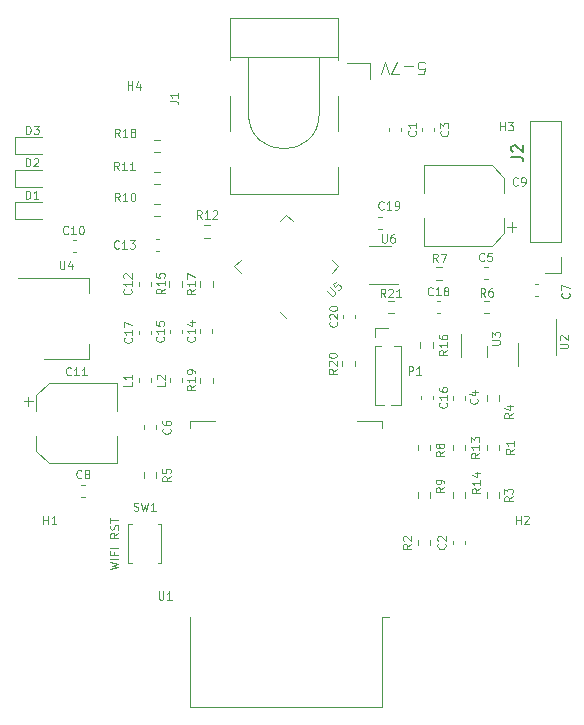
<source format=gbr>
G04 #@! TF.GenerationSoftware,KiCad,Pcbnew,5.1.9*
G04 #@! TF.CreationDate,2021-03-19T09:48:01+01:00*
G04 #@! TF.ProjectId,Y11025HL-WIFI,59313130-3235-4484-9c2d-574946492e6b,rev?*
G04 #@! TF.SameCoordinates,Original*
G04 #@! TF.FileFunction,Legend,Top*
G04 #@! TF.FilePolarity,Positive*
%FSLAX45Y45*%
G04 Gerber Fmt 4.5, Leading zero omitted, Abs format (unit mm)*
G04 Created by KiCad (PCBNEW 5.1.9) date 2021-03-19 09:48:01*
%MOMM*%
%LPD*%
G01*
G04 APERTURE LIST*
%ADD10C,0.100000*%
%ADD11C,0.120000*%
%ADD12C,0.080000*%
%ADD13C,0.150000*%
G04 APERTURE END LIST*
D10*
X11121691Y-7700162D02*
X11169310Y-7700162D01*
X11174072Y-7652543D01*
X11169310Y-7657305D01*
X11159787Y-7662067D01*
X11135977Y-7662067D01*
X11126453Y-7657305D01*
X11121691Y-7652543D01*
X11116930Y-7643019D01*
X11116930Y-7619209D01*
X11121691Y-7609686D01*
X11126453Y-7604924D01*
X11135977Y-7600162D01*
X11159787Y-7600162D01*
X11169310Y-7604924D01*
X11174072Y-7609686D01*
X11074072Y-7638257D02*
X10997882Y-7638257D01*
X10959787Y-7700162D02*
X10893120Y-7700162D01*
X10935977Y-7600162D01*
X10869310Y-7700162D02*
X10835977Y-7600162D01*
X10802644Y-7700162D01*
D11*
X9949467Y-9718747D02*
X10002500Y-9771780D01*
X10002500Y-8892140D02*
X9949467Y-8945173D01*
X10055533Y-8945173D02*
X10002500Y-8892140D01*
X10442320Y-9331960D02*
X10389287Y-9384993D01*
X10389287Y-9278927D02*
X10442320Y-9331960D01*
X9562680Y-9331960D02*
X9615713Y-9278927D01*
X9615713Y-9384993D02*
X9562680Y-9331960D01*
X8752640Y-10312878D02*
X8752640Y-10280322D01*
X8854640Y-10312878D02*
X8854640Y-10280322D01*
X9014260Y-10280322D02*
X9014260Y-10312878D01*
X9116260Y-10280322D02*
X9116260Y-10312878D01*
X10750000Y-9850320D02*
X10861000Y-9850320D01*
X10750000Y-9926320D02*
X10750000Y-9850320D01*
X10917347Y-10002320D02*
X10972000Y-10002320D01*
X10750000Y-10002320D02*
X10804653Y-10002320D01*
X10972000Y-10002320D02*
X10972000Y-10503820D01*
X10750000Y-10002320D02*
X10750000Y-10503820D01*
X10891753Y-10503820D02*
X10972000Y-10503820D01*
X10750000Y-10503820D02*
X10830247Y-10503820D01*
X10706800Y-9482800D02*
X10951800Y-9482800D01*
X10886800Y-9160800D02*
X10706800Y-9160800D01*
X10876100Y-8158362D02*
X10876100Y-8186478D01*
X10978100Y-8158362D02*
X10978100Y-8186478D01*
X11514000Y-11682858D02*
X11514000Y-11654742D01*
X11412000Y-11682858D02*
X11412000Y-11654742D01*
X11252400Y-8158362D02*
X11252400Y-8186478D01*
X11150400Y-8158362D02*
X11150400Y-8186478D01*
X11414600Y-10430442D02*
X11414600Y-10458558D01*
X11516600Y-10430442D02*
X11516600Y-10458558D01*
X11706958Y-9438840D02*
X11678842Y-9438840D01*
X11706958Y-9336840D02*
X11678842Y-9336840D01*
X8900360Y-10678442D02*
X8900360Y-10706558D01*
X8798360Y-10678442D02*
X8798360Y-10706558D01*
X12134958Y-9484160D02*
X12106842Y-9484160D01*
X12134958Y-9586160D02*
X12106842Y-9586160D01*
X8266342Y-11186000D02*
X8294458Y-11186000D01*
X8266342Y-11288000D02*
X8294458Y-11288000D01*
X11166000Y-8472800D02*
X11166000Y-8707800D01*
X11166000Y-9154800D02*
X11166000Y-8919800D01*
X11741556Y-9154800D02*
X11166000Y-9154800D01*
X11741556Y-8472800D02*
X11166000Y-8472800D01*
X11848000Y-8579244D02*
X11848000Y-8707800D01*
X11848000Y-9048356D02*
X11848000Y-8919800D01*
X11848000Y-9048356D02*
X11741556Y-9154800D01*
X11848000Y-8579244D02*
X11741556Y-8472800D01*
X11950750Y-8998550D02*
X11872000Y-8998550D01*
X11911375Y-9037925D02*
X11911375Y-8959175D01*
X8223338Y-9108240D02*
X8195222Y-9108240D01*
X8223338Y-9210240D02*
X8195222Y-9210240D01*
X7820145Y-10433675D02*
X7820145Y-10512425D01*
X7780770Y-10473050D02*
X7859520Y-10473050D01*
X7883520Y-10892356D02*
X7989964Y-10998800D01*
X7883520Y-10423244D02*
X7989964Y-10316800D01*
X7883520Y-10423244D02*
X7883520Y-10551800D01*
X7883520Y-10892356D02*
X7883520Y-10763800D01*
X7989964Y-10998800D02*
X8565520Y-10998800D01*
X7989964Y-10316800D02*
X8565520Y-10316800D01*
X8565520Y-10316800D02*
X8565520Y-10551800D01*
X8565520Y-10998800D02*
X8565520Y-10763800D01*
X7931130Y-8787100D02*
X7702630Y-8787100D01*
X7702630Y-8787100D02*
X7702630Y-8934100D01*
X7702630Y-8934100D02*
X7931130Y-8934100D01*
X7702630Y-8658700D02*
X7931130Y-8658700D01*
X7702630Y-8511700D02*
X7702630Y-8658700D01*
X7931130Y-8511700D02*
X7702630Y-8511700D01*
X10708200Y-7610560D02*
X10518200Y-7610560D01*
X10708200Y-7744560D02*
X10708200Y-7610560D01*
X10438200Y-7225560D02*
X10438200Y-7586560D01*
X9526200Y-8717560D02*
X10438200Y-8717560D01*
X10438200Y-7886560D02*
X10438200Y-8186560D01*
X10438200Y-8486560D02*
X10438200Y-8717560D01*
X9526200Y-8486560D02*
X9526200Y-8717560D01*
X9526200Y-7886560D02*
X9526200Y-8186560D01*
X9526200Y-7225560D02*
X9526200Y-7586560D01*
X9526200Y-7225560D02*
X10438200Y-7225560D01*
X9526200Y-7556560D02*
X10438200Y-7556560D01*
X10282200Y-7556560D02*
X10282200Y-8036560D01*
X9682200Y-7556560D02*
X9682200Y-8036560D01*
X10282200Y-8036560D02*
G75*
G02*
X9682200Y-8036560I-300000J0D01*
G01*
X11702850Y-10841174D02*
X11702850Y-10888626D01*
X11807350Y-10841174D02*
X11807350Y-10888626D01*
X11223150Y-11692526D02*
X11223150Y-11645074D01*
X11118650Y-11692526D02*
X11118650Y-11645074D01*
X11702850Y-11291126D02*
X11702850Y-11243674D01*
X11807350Y-11291126D02*
X11807350Y-11243674D01*
X11807350Y-10468226D02*
X11807350Y-10420774D01*
X11702850Y-10468226D02*
X11702850Y-10420774D01*
X8901610Y-11074874D02*
X8901610Y-11122326D01*
X8797110Y-11074874D02*
X8797110Y-11122326D01*
X11675474Y-9729650D02*
X11722926Y-9729650D01*
X11675474Y-9625150D02*
X11722926Y-9625150D01*
X11270374Y-9340670D02*
X11317826Y-9340670D01*
X11270374Y-9445170D02*
X11317826Y-9445170D01*
X11118650Y-10888626D02*
X11118650Y-10841174D01*
X11223150Y-10888626D02*
X11223150Y-10841174D01*
X11118650Y-11243074D02*
X11118650Y-11290526D01*
X11223150Y-11243074D02*
X11223150Y-11290526D01*
X8934046Y-8804350D02*
X8886594Y-8804350D01*
X8934046Y-8908850D02*
X8886594Y-8908850D01*
X8934046Y-8637450D02*
X8886594Y-8637450D01*
X8934046Y-8532950D02*
X8886594Y-8532950D01*
X9308234Y-8985070D02*
X9355686Y-8985070D01*
X9308234Y-9089570D02*
X9355686Y-9089570D01*
X11410750Y-10841174D02*
X11410750Y-10888626D01*
X11515250Y-10841174D02*
X11515250Y-10888626D01*
X11515250Y-11243074D02*
X11515250Y-11290526D01*
X11410750Y-11243074D02*
X11410750Y-11290526D01*
X8663640Y-11513900D02*
X8693640Y-11513900D01*
X8663640Y-11843900D02*
X8663640Y-11513900D01*
X8693640Y-11843900D02*
X8663640Y-11843900D01*
X8943640Y-11513900D02*
X8913640Y-11513900D01*
X8943640Y-11843900D02*
X8943640Y-11513900D01*
X8913640Y-11843900D02*
X8943640Y-11843900D01*
X10812000Y-12300000D02*
X10873000Y-12300000D01*
X10812000Y-12300000D02*
X10812000Y-13062000D01*
X10812000Y-10638000D02*
X10812000Y-10700000D01*
X10600000Y-10638000D02*
X10812000Y-10638000D01*
X9188000Y-10638000D02*
X9400000Y-10638000D01*
X9188000Y-10700000D02*
X9188000Y-10638000D01*
X9188000Y-13062000D02*
X9188000Y-12300000D01*
X10812000Y-13062000D02*
X9188000Y-13062000D01*
X12288000Y-10078700D02*
X12288000Y-9778700D01*
X11964000Y-10178700D02*
X11964000Y-9978700D01*
X11481600Y-9902500D02*
X11481600Y-10102500D01*
X11703600Y-10002500D02*
X11703600Y-10102500D01*
X7728160Y-9432920D02*
X8329160Y-9432920D01*
X7953160Y-10114920D02*
X8329160Y-10114920D01*
X8329160Y-9432920D02*
X8329160Y-9558920D01*
X8329160Y-10114920D02*
X8329160Y-9988920D01*
X8854640Y-9493338D02*
X8854640Y-9465222D01*
X8752640Y-9493338D02*
X8752640Y-9465222D01*
X8896262Y-9098080D02*
X8924378Y-9098080D01*
X8896262Y-9200080D02*
X8924378Y-9200080D01*
X9275880Y-9893358D02*
X9275880Y-9865242D01*
X9377880Y-9893358D02*
X9377880Y-9865242D01*
X9116260Y-9895958D02*
X9116260Y-9867842D01*
X9014260Y-9895958D02*
X9014260Y-9867842D01*
X11140200Y-10426642D02*
X11140200Y-10454758D01*
X11242200Y-10426642D02*
X11242200Y-10454758D01*
X8752640Y-9904518D02*
X8752640Y-9876402D01*
X8854640Y-9904518D02*
X8854640Y-9876402D01*
X11308158Y-9728400D02*
X11280042Y-9728400D01*
X11308158Y-9626400D02*
X11280042Y-9626400D01*
X10782242Y-8910120D02*
X10810358Y-8910120D01*
X10782242Y-9012120D02*
X10810358Y-9012120D01*
X10581800Y-9768958D02*
X10581800Y-9740842D01*
X10479800Y-9768958D02*
X10479800Y-9740842D01*
X7931130Y-8236300D02*
X7702630Y-8236300D01*
X7702630Y-8236300D02*
X7702630Y-8383300D01*
X7702630Y-8383300D02*
X7931130Y-8383300D01*
X9013010Y-9455554D02*
X9013010Y-9503006D01*
X9117510Y-9455554D02*
X9117510Y-9503006D01*
X11243450Y-9973714D02*
X11243450Y-10021166D01*
X11138950Y-9973714D02*
X11138950Y-10021166D01*
X9379130Y-9503006D02*
X9379130Y-9455554D01*
X9274630Y-9503006D02*
X9274630Y-9455554D01*
X8886594Y-8366050D02*
X8934046Y-8366050D01*
X8886594Y-8261550D02*
X8934046Y-8261550D01*
X9379130Y-10272874D02*
X9379130Y-10320326D01*
X9274630Y-10272874D02*
X9274630Y-10320326D01*
X10583050Y-10129974D02*
X10583050Y-10177426D01*
X10478550Y-10129974D02*
X10478550Y-10177426D01*
X10915226Y-9729650D02*
X10867774Y-9729650D01*
X10915226Y-9625150D02*
X10867774Y-9625150D01*
X12330080Y-9383680D02*
X12197080Y-9383680D01*
X12330080Y-9250680D02*
X12330080Y-9383680D01*
X12330080Y-9123680D02*
X12064080Y-9123680D01*
X12064080Y-9123680D02*
X12064080Y-8101680D01*
X12330080Y-9123680D02*
X12330080Y-8101680D01*
X12330080Y-8101680D02*
X12064080Y-8101680D01*
D12*
X10344102Y-9535607D02*
X10384171Y-9575676D01*
X10391242Y-9578033D01*
X10395956Y-9578033D01*
X10403027Y-9575676D01*
X10412455Y-9566248D01*
X10414812Y-9559177D01*
X10414812Y-9554463D01*
X10412455Y-9547392D01*
X10372386Y-9507322D01*
X10419527Y-9460182D02*
X10395956Y-9483752D01*
X10417169Y-9509679D01*
X10417169Y-9504965D01*
X10419527Y-9497894D01*
X10431312Y-9486109D01*
X10438383Y-9483752D01*
X10443097Y-9483752D01*
X10450168Y-9486109D01*
X10461953Y-9497894D01*
X10464310Y-9504965D01*
X10464310Y-9509679D01*
X10461953Y-9516750D01*
X10450168Y-9528536D01*
X10443097Y-9530893D01*
X10438383Y-9530893D01*
X8693067Y-10308827D02*
X8693067Y-10342160D01*
X8623067Y-10342160D01*
X8693067Y-10248827D02*
X8693067Y-10288827D01*
X8693067Y-10268827D02*
X8623067Y-10268827D01*
X8633067Y-10275493D01*
X8639733Y-10282160D01*
X8643067Y-10288827D01*
X8975027Y-10308267D02*
X8975027Y-10341600D01*
X8905027Y-10341600D01*
X8911693Y-10288267D02*
X8908360Y-10284933D01*
X8905027Y-10278267D01*
X8905027Y-10261600D01*
X8908360Y-10254933D01*
X8911693Y-10251600D01*
X8918360Y-10248267D01*
X8925027Y-10248267D01*
X8935027Y-10251600D01*
X8975027Y-10291600D01*
X8975027Y-10248267D01*
X11037973Y-10247547D02*
X11037973Y-10177547D01*
X11064640Y-10177547D01*
X11071307Y-10180880D01*
X11074640Y-10184213D01*
X11077973Y-10190880D01*
X11077973Y-10200880D01*
X11074640Y-10207547D01*
X11071307Y-10210880D01*
X11064640Y-10214213D01*
X11037973Y-10214213D01*
X11144640Y-10247547D02*
X11104640Y-10247547D01*
X11124640Y-10247547D02*
X11124640Y-10177547D01*
X11117973Y-10187547D01*
X11111307Y-10194213D01*
X11104640Y-10197547D01*
X10812787Y-9059947D02*
X10812787Y-9116613D01*
X10816120Y-9123280D01*
X10819453Y-9126613D01*
X10826120Y-9129947D01*
X10839453Y-9129947D01*
X10846120Y-9126613D01*
X10849453Y-9123280D01*
X10852787Y-9116613D01*
X10852787Y-9059947D01*
X10916120Y-9059947D02*
X10902787Y-9059947D01*
X10896120Y-9063280D01*
X10892787Y-9066613D01*
X10886120Y-9076613D01*
X10882787Y-9089947D01*
X10882787Y-9116613D01*
X10886120Y-9123280D01*
X10889453Y-9126613D01*
X10896120Y-9129947D01*
X10909453Y-9129947D01*
X10916120Y-9126613D01*
X10919453Y-9123280D01*
X10922787Y-9116613D01*
X10922787Y-9099947D01*
X10919453Y-9093280D01*
X10916120Y-9089947D01*
X10909453Y-9086613D01*
X10896120Y-9086613D01*
X10889453Y-9089947D01*
X10886120Y-9093280D01*
X10882787Y-9099947D01*
X11095100Y-8184087D02*
X11098433Y-8187420D01*
X11101767Y-8197420D01*
X11101767Y-8204087D01*
X11098433Y-8214087D01*
X11091767Y-8220753D01*
X11085100Y-8224087D01*
X11071767Y-8227420D01*
X11061767Y-8227420D01*
X11048433Y-8224087D01*
X11041767Y-8220753D01*
X11035100Y-8214087D01*
X11031767Y-8204087D01*
X11031767Y-8197420D01*
X11035100Y-8187420D01*
X11038433Y-8184087D01*
X11101767Y-8117420D02*
X11101767Y-8157420D01*
X11101767Y-8137420D02*
X11031767Y-8137420D01*
X11041767Y-8144087D01*
X11048433Y-8150753D01*
X11051767Y-8157420D01*
X11345000Y-11680467D02*
X11348333Y-11683800D01*
X11351667Y-11693800D01*
X11351667Y-11700467D01*
X11348333Y-11710467D01*
X11341667Y-11717133D01*
X11335000Y-11720467D01*
X11321667Y-11723800D01*
X11311667Y-11723800D01*
X11298333Y-11720467D01*
X11291667Y-11717133D01*
X11285000Y-11710467D01*
X11281667Y-11700467D01*
X11281667Y-11693800D01*
X11285000Y-11683800D01*
X11288333Y-11680467D01*
X11288333Y-11653800D02*
X11285000Y-11650467D01*
X11281667Y-11643800D01*
X11281667Y-11627133D01*
X11285000Y-11620467D01*
X11288333Y-11617133D01*
X11295000Y-11613800D01*
X11301667Y-11613800D01*
X11311667Y-11617133D01*
X11351667Y-11657133D01*
X11351667Y-11613800D01*
X11369400Y-8184087D02*
X11372733Y-8187420D01*
X11376067Y-8197420D01*
X11376067Y-8204087D01*
X11372733Y-8214087D01*
X11366067Y-8220753D01*
X11359400Y-8224087D01*
X11346067Y-8227420D01*
X11336067Y-8227420D01*
X11322733Y-8224087D01*
X11316067Y-8220753D01*
X11309400Y-8214087D01*
X11306067Y-8204087D01*
X11306067Y-8197420D01*
X11309400Y-8187420D01*
X11312733Y-8184087D01*
X11306067Y-8160753D02*
X11306067Y-8117420D01*
X11332733Y-8140753D01*
X11332733Y-8130753D01*
X11336067Y-8124087D01*
X11339400Y-8120753D01*
X11346067Y-8117420D01*
X11362733Y-8117420D01*
X11369400Y-8120753D01*
X11372733Y-8124087D01*
X11376067Y-8130753D01*
X11376067Y-8150753D01*
X11372733Y-8157420D01*
X11369400Y-8160753D01*
X11617560Y-10451067D02*
X11620893Y-10454400D01*
X11624227Y-10464400D01*
X11624227Y-10471067D01*
X11620893Y-10481067D01*
X11614227Y-10487733D01*
X11607560Y-10491067D01*
X11594227Y-10494400D01*
X11584227Y-10494400D01*
X11570893Y-10491067D01*
X11564227Y-10487733D01*
X11557560Y-10481067D01*
X11554227Y-10471067D01*
X11554227Y-10464400D01*
X11557560Y-10454400D01*
X11560893Y-10451067D01*
X11577560Y-10391067D02*
X11624227Y-10391067D01*
X11550893Y-10407733D02*
X11600893Y-10424400D01*
X11600893Y-10381067D01*
X11677413Y-9280760D02*
X11674080Y-9284093D01*
X11664080Y-9287427D01*
X11657413Y-9287427D01*
X11647413Y-9284093D01*
X11640747Y-9277427D01*
X11637413Y-9270760D01*
X11634080Y-9257427D01*
X11634080Y-9247427D01*
X11637413Y-9234093D01*
X11640747Y-9227427D01*
X11647413Y-9220760D01*
X11657413Y-9217427D01*
X11664080Y-9217427D01*
X11674080Y-9220760D01*
X11677413Y-9224093D01*
X11740747Y-9217427D02*
X11707413Y-9217427D01*
X11704080Y-9250760D01*
X11707413Y-9247427D01*
X11714080Y-9244093D01*
X11730747Y-9244093D01*
X11737413Y-9247427D01*
X11740747Y-9250760D01*
X11744080Y-9257427D01*
X11744080Y-9274093D01*
X11740747Y-9280760D01*
X11737413Y-9284093D01*
X11730747Y-9287427D01*
X11714080Y-9287427D01*
X11707413Y-9284093D01*
X11704080Y-9280760D01*
X9017360Y-10704167D02*
X9020693Y-10707500D01*
X9024027Y-10717500D01*
X9024027Y-10724167D01*
X9020693Y-10734167D01*
X9014027Y-10740833D01*
X9007360Y-10744167D01*
X8994027Y-10747500D01*
X8984027Y-10747500D01*
X8970693Y-10744167D01*
X8964027Y-10740833D01*
X8957360Y-10734167D01*
X8954027Y-10724167D01*
X8954027Y-10717500D01*
X8957360Y-10707500D01*
X8960693Y-10704167D01*
X8954027Y-10644167D02*
X8954027Y-10657500D01*
X8957360Y-10664167D01*
X8960693Y-10667500D01*
X8970693Y-10674167D01*
X8984027Y-10677500D01*
X9010693Y-10677500D01*
X9017360Y-10674167D01*
X9020693Y-10670833D01*
X9024027Y-10664167D01*
X9024027Y-10650833D01*
X9020693Y-10644167D01*
X9017360Y-10640833D01*
X9010693Y-10637500D01*
X8994027Y-10637500D01*
X8987360Y-10640833D01*
X8984027Y-10644167D01*
X8980693Y-10650833D01*
X8980693Y-10664167D01*
X8984027Y-10670833D01*
X8987360Y-10674167D01*
X8994027Y-10677500D01*
X12394800Y-9556987D02*
X12398133Y-9560320D01*
X12401467Y-9570320D01*
X12401467Y-9576987D01*
X12398133Y-9586987D01*
X12391467Y-9593653D01*
X12384800Y-9596987D01*
X12371467Y-9600320D01*
X12361467Y-9600320D01*
X12348133Y-9596987D01*
X12341467Y-9593653D01*
X12334800Y-9586987D01*
X12331467Y-9576987D01*
X12331467Y-9570320D01*
X12334800Y-9560320D01*
X12338133Y-9556987D01*
X12331467Y-9533653D02*
X12331467Y-9486987D01*
X12401467Y-9516987D01*
X8268733Y-11119000D02*
X8265400Y-11122333D01*
X8255400Y-11125667D01*
X8248733Y-11125667D01*
X8238733Y-11122333D01*
X8232067Y-11115667D01*
X8228733Y-11109000D01*
X8225400Y-11095667D01*
X8225400Y-11085667D01*
X8228733Y-11072333D01*
X8232067Y-11065667D01*
X8238733Y-11059000D01*
X8248733Y-11055667D01*
X8255400Y-11055667D01*
X8265400Y-11059000D01*
X8268733Y-11062333D01*
X8308733Y-11085667D02*
X8302067Y-11082333D01*
X8298733Y-11079000D01*
X8295400Y-11072333D01*
X8295400Y-11069000D01*
X8298733Y-11062333D01*
X8302067Y-11059000D01*
X8308733Y-11055667D01*
X8322067Y-11055667D01*
X8328733Y-11059000D01*
X8332067Y-11062333D01*
X8335400Y-11069000D01*
X8335400Y-11072333D01*
X8332067Y-11079000D01*
X8328733Y-11082333D01*
X8322067Y-11085667D01*
X8308733Y-11085667D01*
X8302067Y-11089000D01*
X8298733Y-11092333D01*
X8295400Y-11099000D01*
X8295400Y-11112333D01*
X8298733Y-11119000D01*
X8302067Y-11122333D01*
X8308733Y-11125667D01*
X8322067Y-11125667D01*
X8328733Y-11122333D01*
X8332067Y-11119000D01*
X8335400Y-11112333D01*
X8335400Y-11099000D01*
X8332067Y-11092333D01*
X8328733Y-11089000D01*
X8322067Y-11085667D01*
X11961893Y-8640680D02*
X11958560Y-8644013D01*
X11948560Y-8647347D01*
X11941893Y-8647347D01*
X11931893Y-8644013D01*
X11925227Y-8637347D01*
X11921893Y-8630680D01*
X11918560Y-8617347D01*
X11918560Y-8607347D01*
X11921893Y-8594013D01*
X11925227Y-8587347D01*
X11931893Y-8580680D01*
X11941893Y-8577347D01*
X11948560Y-8577347D01*
X11958560Y-8580680D01*
X11961893Y-8584013D01*
X11995227Y-8647347D02*
X12008560Y-8647347D01*
X12015227Y-8644013D01*
X12018560Y-8640680D01*
X12025227Y-8630680D01*
X12028560Y-8617347D01*
X12028560Y-8590680D01*
X12025227Y-8584013D01*
X12021893Y-8580680D01*
X12015227Y-8577347D01*
X12001893Y-8577347D01*
X11995227Y-8580680D01*
X11991893Y-8584013D01*
X11988560Y-8590680D01*
X11988560Y-8607347D01*
X11991893Y-8614013D01*
X11995227Y-8617347D01*
X12001893Y-8620680D01*
X12015227Y-8620680D01*
X12021893Y-8617347D01*
X12025227Y-8614013D01*
X12028560Y-8607347D01*
X8154120Y-9052160D02*
X8150787Y-9055493D01*
X8140787Y-9058827D01*
X8134120Y-9058827D01*
X8124120Y-9055493D01*
X8117453Y-9048827D01*
X8114120Y-9042160D01*
X8110787Y-9028827D01*
X8110787Y-9018827D01*
X8114120Y-9005493D01*
X8117453Y-8998827D01*
X8124120Y-8992160D01*
X8134120Y-8988827D01*
X8140787Y-8988827D01*
X8150787Y-8992160D01*
X8154120Y-8995493D01*
X8220787Y-9058827D02*
X8180787Y-9058827D01*
X8200787Y-9058827D02*
X8200787Y-8988827D01*
X8194120Y-8998827D01*
X8187453Y-9005493D01*
X8180787Y-9008827D01*
X8264120Y-8988827D02*
X8270787Y-8988827D01*
X8277453Y-8992160D01*
X8280787Y-8995493D01*
X8284120Y-9002160D01*
X8287453Y-9015493D01*
X8287453Y-9032160D01*
X8284120Y-9045493D01*
X8280787Y-9052160D01*
X8277453Y-9055493D01*
X8270787Y-9058827D01*
X8264120Y-9058827D01*
X8257453Y-9055493D01*
X8254120Y-9052160D01*
X8250787Y-9045493D01*
X8247453Y-9032160D01*
X8247453Y-9015493D01*
X8250787Y-9002160D01*
X8254120Y-8995493D01*
X8257453Y-8992160D01*
X8264120Y-8988827D01*
X8179520Y-10247800D02*
X8176187Y-10251133D01*
X8166187Y-10254467D01*
X8159520Y-10254467D01*
X8149520Y-10251133D01*
X8142853Y-10244467D01*
X8139520Y-10237800D01*
X8136187Y-10224467D01*
X8136187Y-10214467D01*
X8139520Y-10201133D01*
X8142853Y-10194467D01*
X8149520Y-10187800D01*
X8159520Y-10184467D01*
X8166187Y-10184467D01*
X8176187Y-10187800D01*
X8179520Y-10191133D01*
X8246187Y-10254467D02*
X8206187Y-10254467D01*
X8226187Y-10254467D02*
X8226187Y-10184467D01*
X8219520Y-10194467D01*
X8212853Y-10201133D01*
X8206187Y-10204467D01*
X8312853Y-10254467D02*
X8272853Y-10254467D01*
X8292853Y-10254467D02*
X8292853Y-10184467D01*
X8286187Y-10194467D01*
X8279520Y-10201133D01*
X8272853Y-10204467D01*
X7796933Y-8759107D02*
X7796933Y-8689107D01*
X7813600Y-8689107D01*
X7823600Y-8692440D01*
X7830267Y-8699107D01*
X7833600Y-8705773D01*
X7836933Y-8719107D01*
X7836933Y-8729107D01*
X7833600Y-8742440D01*
X7830267Y-8749107D01*
X7823600Y-8755773D01*
X7813600Y-8759107D01*
X7796933Y-8759107D01*
X7903600Y-8759107D02*
X7863600Y-8759107D01*
X7883600Y-8759107D02*
X7883600Y-8689107D01*
X7876933Y-8699107D01*
X7870267Y-8705773D01*
X7863600Y-8709107D01*
X7796933Y-8484787D02*
X7796933Y-8414787D01*
X7813600Y-8414787D01*
X7823600Y-8418120D01*
X7830267Y-8424787D01*
X7833600Y-8431453D01*
X7836933Y-8444787D01*
X7836933Y-8454787D01*
X7833600Y-8468120D01*
X7830267Y-8474787D01*
X7823600Y-8481453D01*
X7813600Y-8484787D01*
X7796933Y-8484787D01*
X7863600Y-8421453D02*
X7866933Y-8418120D01*
X7873600Y-8414787D01*
X7890267Y-8414787D01*
X7896933Y-8418120D01*
X7900267Y-8421453D01*
X7903600Y-8428120D01*
X7903600Y-8434787D01*
X7900267Y-8444787D01*
X7860267Y-8484787D01*
X7903600Y-8484787D01*
X9019307Y-7932893D02*
X9069307Y-7932893D01*
X9079307Y-7936227D01*
X9085973Y-7942893D01*
X9089307Y-7952893D01*
X9089307Y-7959560D01*
X9089307Y-7862893D02*
X9089307Y-7902893D01*
X9089307Y-7882893D02*
X9019307Y-7882893D01*
X9029307Y-7889560D01*
X9035973Y-7896227D01*
X9039307Y-7902893D01*
X11929767Y-10876567D02*
X11896433Y-10899900D01*
X11929767Y-10916567D02*
X11859767Y-10916567D01*
X11859767Y-10889900D01*
X11863100Y-10883233D01*
X11866433Y-10879900D01*
X11873100Y-10876567D01*
X11883100Y-10876567D01*
X11889767Y-10879900D01*
X11893100Y-10883233D01*
X11896433Y-10889900D01*
X11896433Y-10916567D01*
X11929767Y-10809900D02*
X11929767Y-10849900D01*
X11929767Y-10829900D02*
X11859767Y-10829900D01*
X11869767Y-10836567D01*
X11876433Y-10843233D01*
X11879767Y-10849900D01*
X11059567Y-11680467D02*
X11026233Y-11703800D01*
X11059567Y-11720467D02*
X10989567Y-11720467D01*
X10989567Y-11693800D01*
X10992900Y-11687133D01*
X10996233Y-11683800D01*
X11002900Y-11680467D01*
X11012900Y-11680467D01*
X11019567Y-11683800D01*
X11022900Y-11687133D01*
X11026233Y-11693800D01*
X11026233Y-11720467D01*
X10996233Y-11653800D02*
X10992900Y-11650467D01*
X10989567Y-11643800D01*
X10989567Y-11627133D01*
X10992900Y-11620467D01*
X10996233Y-11617133D01*
X11002900Y-11613800D01*
X11009567Y-11613800D01*
X11019567Y-11617133D01*
X11059567Y-11657133D01*
X11059567Y-11613800D01*
X11918867Y-11279067D02*
X11885533Y-11302400D01*
X11918867Y-11319067D02*
X11848867Y-11319067D01*
X11848867Y-11292400D01*
X11852200Y-11285733D01*
X11855533Y-11282400D01*
X11862200Y-11279067D01*
X11872200Y-11279067D01*
X11878867Y-11282400D01*
X11882200Y-11285733D01*
X11885533Y-11292400D01*
X11885533Y-11319067D01*
X11848867Y-11255733D02*
X11848867Y-11212400D01*
X11875533Y-11235733D01*
X11875533Y-11225733D01*
X11878867Y-11219067D01*
X11882200Y-11215733D01*
X11888867Y-11212400D01*
X11905533Y-11212400D01*
X11912200Y-11215733D01*
X11915533Y-11219067D01*
X11918867Y-11225733D01*
X11918867Y-11245733D01*
X11915533Y-11252400D01*
X11912200Y-11255733D01*
X11918867Y-10572987D02*
X11885533Y-10596320D01*
X11918867Y-10612987D02*
X11848867Y-10612987D01*
X11848867Y-10586320D01*
X11852200Y-10579653D01*
X11855533Y-10576320D01*
X11862200Y-10572987D01*
X11872200Y-10572987D01*
X11878867Y-10576320D01*
X11882200Y-10579653D01*
X11885533Y-10586320D01*
X11885533Y-10612987D01*
X11872200Y-10512987D02*
X11918867Y-10512987D01*
X11845533Y-10529653D02*
X11895533Y-10546320D01*
X11895533Y-10502987D01*
X9024027Y-11110267D02*
X8990693Y-11133600D01*
X9024027Y-11150267D02*
X8954027Y-11150267D01*
X8954027Y-11123600D01*
X8957360Y-11116933D01*
X8960693Y-11113600D01*
X8967360Y-11110267D01*
X8977360Y-11110267D01*
X8984027Y-11113600D01*
X8987360Y-11116933D01*
X8990693Y-11123600D01*
X8990693Y-11150267D01*
X8954027Y-11046933D02*
X8954027Y-11080267D01*
X8987360Y-11083600D01*
X8984027Y-11080267D01*
X8980693Y-11073600D01*
X8980693Y-11056933D01*
X8984027Y-11050267D01*
X8987360Y-11046933D01*
X8994027Y-11043600D01*
X9010693Y-11043600D01*
X9017360Y-11046933D01*
X9020693Y-11050267D01*
X9024027Y-11056933D01*
X9024027Y-11073600D01*
X9020693Y-11080267D01*
X9017360Y-11083600D01*
X11687533Y-9587147D02*
X11664200Y-9553813D01*
X11647533Y-9587147D02*
X11647533Y-9517147D01*
X11674200Y-9517147D01*
X11680867Y-9520480D01*
X11684200Y-9523813D01*
X11687533Y-9530480D01*
X11687533Y-9540480D01*
X11684200Y-9547147D01*
X11680867Y-9550480D01*
X11674200Y-9553813D01*
X11647533Y-9553813D01*
X11747533Y-9517147D02*
X11734200Y-9517147D01*
X11727533Y-9520480D01*
X11724200Y-9523813D01*
X11717533Y-9533813D01*
X11714200Y-9547147D01*
X11714200Y-9573813D01*
X11717533Y-9580480D01*
X11720867Y-9583813D01*
X11727533Y-9587147D01*
X11740867Y-9587147D01*
X11747533Y-9583813D01*
X11750867Y-9580480D01*
X11754200Y-9573813D01*
X11754200Y-9557147D01*
X11750867Y-9550480D01*
X11747533Y-9547147D01*
X11740867Y-9543813D01*
X11727533Y-9543813D01*
X11720867Y-9547147D01*
X11717533Y-9550480D01*
X11714200Y-9557147D01*
X11286253Y-9292507D02*
X11262920Y-9259173D01*
X11246253Y-9292507D02*
X11246253Y-9222507D01*
X11272920Y-9222507D01*
X11279587Y-9225840D01*
X11282920Y-9229173D01*
X11286253Y-9235840D01*
X11286253Y-9245840D01*
X11282920Y-9252507D01*
X11279587Y-9255840D01*
X11272920Y-9259173D01*
X11246253Y-9259173D01*
X11309587Y-9222507D02*
X11356253Y-9222507D01*
X11326253Y-9292507D01*
X11339747Y-10898107D02*
X11306413Y-10921440D01*
X11339747Y-10938107D02*
X11269747Y-10938107D01*
X11269747Y-10911440D01*
X11273080Y-10904773D01*
X11276413Y-10901440D01*
X11283080Y-10898107D01*
X11293080Y-10898107D01*
X11299747Y-10901440D01*
X11303080Y-10904773D01*
X11306413Y-10911440D01*
X11306413Y-10938107D01*
X11299747Y-10858107D02*
X11296413Y-10864773D01*
X11293080Y-10868107D01*
X11286413Y-10871440D01*
X11283080Y-10871440D01*
X11276413Y-10868107D01*
X11273080Y-10864773D01*
X11269747Y-10858107D01*
X11269747Y-10844773D01*
X11273080Y-10838107D01*
X11276413Y-10834773D01*
X11283080Y-10831440D01*
X11286413Y-10831440D01*
X11293080Y-10834773D01*
X11296413Y-10838107D01*
X11299747Y-10844773D01*
X11299747Y-10858107D01*
X11303080Y-10864773D01*
X11306413Y-10868107D01*
X11313080Y-10871440D01*
X11326413Y-10871440D01*
X11333080Y-10868107D01*
X11336413Y-10864773D01*
X11339747Y-10858107D01*
X11339747Y-10844773D01*
X11336413Y-10838107D01*
X11333080Y-10834773D01*
X11326413Y-10831440D01*
X11313080Y-10831440D01*
X11306413Y-10834773D01*
X11303080Y-10838107D01*
X11299747Y-10844773D01*
X11339747Y-11202907D02*
X11306413Y-11226240D01*
X11339747Y-11242907D02*
X11269747Y-11242907D01*
X11269747Y-11216240D01*
X11273080Y-11209573D01*
X11276413Y-11206240D01*
X11283080Y-11202907D01*
X11293080Y-11202907D01*
X11299747Y-11206240D01*
X11303080Y-11209573D01*
X11306413Y-11216240D01*
X11306413Y-11242907D01*
X11339747Y-11169573D02*
X11339747Y-11156240D01*
X11336413Y-11149573D01*
X11333080Y-11146240D01*
X11323080Y-11139573D01*
X11309747Y-11136240D01*
X11283080Y-11136240D01*
X11276413Y-11139573D01*
X11273080Y-11142907D01*
X11269747Y-11149573D01*
X11269747Y-11162907D01*
X11273080Y-11169573D01*
X11276413Y-11172907D01*
X11283080Y-11176240D01*
X11299747Y-11176240D01*
X11306413Y-11172907D01*
X11309747Y-11169573D01*
X11313080Y-11162907D01*
X11313080Y-11149573D01*
X11309747Y-11142907D01*
X11306413Y-11139573D01*
X11299747Y-11136240D01*
X8591000Y-8779427D02*
X8567667Y-8746093D01*
X8551000Y-8779427D02*
X8551000Y-8709427D01*
X8577667Y-8709427D01*
X8584333Y-8712760D01*
X8587667Y-8716093D01*
X8591000Y-8722760D01*
X8591000Y-8732760D01*
X8587667Y-8739427D01*
X8584333Y-8742760D01*
X8577667Y-8746093D01*
X8551000Y-8746093D01*
X8657667Y-8779427D02*
X8617667Y-8779427D01*
X8637667Y-8779427D02*
X8637667Y-8709427D01*
X8631000Y-8719427D01*
X8624333Y-8726093D01*
X8617667Y-8729427D01*
X8701000Y-8709427D02*
X8707667Y-8709427D01*
X8714333Y-8712760D01*
X8717667Y-8716093D01*
X8721000Y-8722760D01*
X8724333Y-8736093D01*
X8724333Y-8752760D01*
X8721000Y-8766093D01*
X8717667Y-8772760D01*
X8714333Y-8776093D01*
X8707667Y-8779427D01*
X8701000Y-8779427D01*
X8694333Y-8776093D01*
X8691000Y-8772760D01*
X8687667Y-8766093D01*
X8684333Y-8752760D01*
X8684333Y-8736093D01*
X8687667Y-8722760D01*
X8691000Y-8716093D01*
X8694333Y-8712760D01*
X8701000Y-8709427D01*
X8585920Y-8515267D02*
X8562587Y-8481933D01*
X8545920Y-8515267D02*
X8545920Y-8445267D01*
X8572587Y-8445267D01*
X8579253Y-8448600D01*
X8582587Y-8451933D01*
X8585920Y-8458600D01*
X8585920Y-8468600D01*
X8582587Y-8475267D01*
X8579253Y-8478600D01*
X8572587Y-8481933D01*
X8545920Y-8481933D01*
X8652587Y-8515267D02*
X8612587Y-8515267D01*
X8632587Y-8515267D02*
X8632587Y-8445267D01*
X8625920Y-8455267D01*
X8619253Y-8461933D01*
X8612587Y-8465267D01*
X8719253Y-8515267D02*
X8679253Y-8515267D01*
X8699253Y-8515267D02*
X8699253Y-8445267D01*
X8692587Y-8455267D01*
X8685920Y-8461933D01*
X8679253Y-8465267D01*
X9286960Y-8925987D02*
X9263627Y-8892653D01*
X9246960Y-8925987D02*
X9246960Y-8855987D01*
X9273627Y-8855987D01*
X9280293Y-8859320D01*
X9283627Y-8862653D01*
X9286960Y-8869320D01*
X9286960Y-8879320D01*
X9283627Y-8885987D01*
X9280293Y-8889320D01*
X9273627Y-8892653D01*
X9246960Y-8892653D01*
X9353627Y-8925987D02*
X9313627Y-8925987D01*
X9333627Y-8925987D02*
X9333627Y-8855987D01*
X9326960Y-8865987D01*
X9320293Y-8872653D01*
X9313627Y-8875987D01*
X9380293Y-8862653D02*
X9383627Y-8859320D01*
X9390293Y-8855987D01*
X9406960Y-8855987D01*
X9413627Y-8859320D01*
X9416960Y-8862653D01*
X9420293Y-8869320D01*
X9420293Y-8875987D01*
X9416960Y-8885987D01*
X9376960Y-8925987D01*
X9420293Y-8925987D01*
X11637667Y-10909900D02*
X11604333Y-10933233D01*
X11637667Y-10949900D02*
X11567667Y-10949900D01*
X11567667Y-10923233D01*
X11571000Y-10916567D01*
X11574333Y-10913233D01*
X11581000Y-10909900D01*
X11591000Y-10909900D01*
X11597667Y-10913233D01*
X11601000Y-10916567D01*
X11604333Y-10923233D01*
X11604333Y-10949900D01*
X11637667Y-10843233D02*
X11637667Y-10883233D01*
X11637667Y-10863233D02*
X11567667Y-10863233D01*
X11577667Y-10869900D01*
X11584333Y-10876567D01*
X11587667Y-10883233D01*
X11567667Y-10819900D02*
X11567667Y-10776567D01*
X11594333Y-10799900D01*
X11594333Y-10789900D01*
X11597667Y-10783233D01*
X11601000Y-10779900D01*
X11607667Y-10776567D01*
X11624333Y-10776567D01*
X11631000Y-10779900D01*
X11634333Y-10783233D01*
X11637667Y-10789900D01*
X11637667Y-10809900D01*
X11634333Y-10816567D01*
X11631000Y-10819900D01*
X11644547Y-11210840D02*
X11611213Y-11234173D01*
X11644547Y-11250840D02*
X11574547Y-11250840D01*
X11574547Y-11224173D01*
X11577880Y-11217507D01*
X11581213Y-11214173D01*
X11587880Y-11210840D01*
X11597880Y-11210840D01*
X11604547Y-11214173D01*
X11607880Y-11217507D01*
X11611213Y-11224173D01*
X11611213Y-11250840D01*
X11644547Y-11144173D02*
X11644547Y-11184173D01*
X11644547Y-11164173D02*
X11574547Y-11164173D01*
X11584547Y-11170840D01*
X11591213Y-11177507D01*
X11594547Y-11184173D01*
X11597880Y-11084173D02*
X11644547Y-11084173D01*
X11571213Y-11100840D02*
X11621213Y-11117507D01*
X11621213Y-11074173D01*
X8710307Y-11397373D02*
X8720307Y-11400707D01*
X8736973Y-11400707D01*
X8743640Y-11397373D01*
X8746973Y-11394040D01*
X8750307Y-11387373D01*
X8750307Y-11380707D01*
X8746973Y-11374040D01*
X8743640Y-11370707D01*
X8736973Y-11367373D01*
X8723640Y-11364040D01*
X8716973Y-11360707D01*
X8713640Y-11357373D01*
X8710307Y-11350707D01*
X8710307Y-11344040D01*
X8713640Y-11337373D01*
X8716973Y-11334040D01*
X8723640Y-11330707D01*
X8740307Y-11330707D01*
X8750307Y-11334040D01*
X8773640Y-11330707D02*
X8790307Y-11400707D01*
X8803640Y-11350707D01*
X8816973Y-11400707D01*
X8833640Y-11330707D01*
X8896973Y-11400707D02*
X8856973Y-11400707D01*
X8876973Y-11400707D02*
X8876973Y-11330707D01*
X8870307Y-11340707D01*
X8863640Y-11347373D01*
X8856973Y-11350707D01*
X8511307Y-11893920D02*
X8581307Y-11877253D01*
X8531307Y-11863920D01*
X8581307Y-11850587D01*
X8511307Y-11833920D01*
X8581307Y-11807253D02*
X8511307Y-11807253D01*
X8544640Y-11750587D02*
X8544640Y-11773920D01*
X8581307Y-11773920D02*
X8511307Y-11773920D01*
X8511307Y-11740587D01*
X8581307Y-11713920D02*
X8511307Y-11713920D01*
X8581307Y-11587253D02*
X8547973Y-11610587D01*
X8581307Y-11627253D02*
X8511307Y-11627253D01*
X8511307Y-11600587D01*
X8514640Y-11593920D01*
X8517973Y-11590587D01*
X8524640Y-11587253D01*
X8534640Y-11587253D01*
X8541307Y-11590587D01*
X8544640Y-11593920D01*
X8547973Y-11600587D01*
X8547973Y-11627253D01*
X8577973Y-11560587D02*
X8581307Y-11550587D01*
X8581307Y-11533920D01*
X8577973Y-11527253D01*
X8574640Y-11523920D01*
X8567973Y-11520587D01*
X8561307Y-11520587D01*
X8554640Y-11523920D01*
X8551307Y-11527253D01*
X8547973Y-11533920D01*
X8544640Y-11547253D01*
X8541307Y-11553920D01*
X8537973Y-11557253D01*
X8531307Y-11560587D01*
X8524640Y-11560587D01*
X8517973Y-11557253D01*
X8514640Y-11553920D01*
X8511307Y-11547253D01*
X8511307Y-11530587D01*
X8514640Y-11520587D01*
X8511307Y-11500587D02*
X8511307Y-11460587D01*
X8581307Y-11480587D02*
X8511307Y-11480587D01*
X8923027Y-12082547D02*
X8923027Y-12139213D01*
X8926360Y-12145880D01*
X8929693Y-12149213D01*
X8936360Y-12152547D01*
X8949693Y-12152547D01*
X8956360Y-12149213D01*
X8959693Y-12145880D01*
X8963027Y-12139213D01*
X8963027Y-12082547D01*
X9033027Y-12152547D02*
X8993027Y-12152547D01*
X9013027Y-12152547D02*
X9013027Y-12082547D01*
X9006360Y-12092547D01*
X8999693Y-12099213D01*
X8993027Y-12102547D01*
X12316227Y-10025373D02*
X12372893Y-10025373D01*
X12379560Y-10022040D01*
X12382893Y-10018707D01*
X12386227Y-10012040D01*
X12386227Y-9998707D01*
X12382893Y-9992040D01*
X12379560Y-9988707D01*
X12372893Y-9985373D01*
X12316227Y-9985373D01*
X12322893Y-9955373D02*
X12319560Y-9952040D01*
X12316227Y-9945373D01*
X12316227Y-9928707D01*
X12319560Y-9922040D01*
X12322893Y-9918707D01*
X12329560Y-9915373D01*
X12336227Y-9915373D01*
X12346227Y-9918707D01*
X12386227Y-9958707D01*
X12386227Y-9915373D01*
X11742187Y-9994893D02*
X11798853Y-9994893D01*
X11805520Y-9991560D01*
X11808853Y-9988227D01*
X11812187Y-9981560D01*
X11812187Y-9968227D01*
X11808853Y-9961560D01*
X11805520Y-9958227D01*
X11798853Y-9954893D01*
X11742187Y-9954893D01*
X11742187Y-9928227D02*
X11742187Y-9884893D01*
X11768853Y-9908227D01*
X11768853Y-9898227D01*
X11772187Y-9891560D01*
X11775520Y-9888227D01*
X11782187Y-9884893D01*
X11798853Y-9884893D01*
X11805520Y-9888227D01*
X11808853Y-9891560D01*
X11812187Y-9898227D01*
X11812187Y-9918227D01*
X11808853Y-9924893D01*
X11805520Y-9928227D01*
X8084827Y-9285587D02*
X8084827Y-9342253D01*
X8088160Y-9348920D01*
X8091493Y-9352253D01*
X8098160Y-9355587D01*
X8111493Y-9355587D01*
X8118160Y-9352253D01*
X8121493Y-9348920D01*
X8124827Y-9342253D01*
X8124827Y-9285587D01*
X8188160Y-9308920D02*
X8188160Y-9355587D01*
X8171493Y-9282253D02*
X8154827Y-9332253D01*
X8198160Y-9332253D01*
X8685640Y-9524280D02*
X8688973Y-9527613D01*
X8692307Y-9537613D01*
X8692307Y-9544280D01*
X8688973Y-9554280D01*
X8682307Y-9560947D01*
X8675640Y-9564280D01*
X8662307Y-9567613D01*
X8652307Y-9567613D01*
X8638973Y-9564280D01*
X8632307Y-9560947D01*
X8625640Y-9554280D01*
X8622307Y-9544280D01*
X8622307Y-9537613D01*
X8625640Y-9527613D01*
X8628973Y-9524280D01*
X8692307Y-9457613D02*
X8692307Y-9497613D01*
X8692307Y-9477613D02*
X8622307Y-9477613D01*
X8632307Y-9484280D01*
X8638973Y-9490947D01*
X8642307Y-9497613D01*
X8628973Y-9430947D02*
X8625640Y-9427613D01*
X8622307Y-9420947D01*
X8622307Y-9404280D01*
X8625640Y-9397613D01*
X8628973Y-9394280D01*
X8635640Y-9390947D01*
X8642307Y-9390947D01*
X8652307Y-9394280D01*
X8692307Y-9434280D01*
X8692307Y-9390947D01*
X8585920Y-9174080D02*
X8582587Y-9177413D01*
X8572587Y-9180747D01*
X8565920Y-9180747D01*
X8555920Y-9177413D01*
X8549253Y-9170747D01*
X8545920Y-9164080D01*
X8542587Y-9150747D01*
X8542587Y-9140747D01*
X8545920Y-9127413D01*
X8549253Y-9120747D01*
X8555920Y-9114080D01*
X8565920Y-9110747D01*
X8572587Y-9110747D01*
X8582587Y-9114080D01*
X8585920Y-9117413D01*
X8652587Y-9180747D02*
X8612587Y-9180747D01*
X8632587Y-9180747D02*
X8632587Y-9110747D01*
X8625920Y-9120747D01*
X8619253Y-9127413D01*
X8612587Y-9130747D01*
X8675920Y-9110747D02*
X8719253Y-9110747D01*
X8695920Y-9137413D01*
X8705920Y-9137413D01*
X8712587Y-9140747D01*
X8715920Y-9144080D01*
X8719253Y-9150747D01*
X8719253Y-9167413D01*
X8715920Y-9174080D01*
X8712587Y-9177413D01*
X8705920Y-9180747D01*
X8685920Y-9180747D01*
X8679253Y-9177413D01*
X8675920Y-9174080D01*
X9224880Y-9925600D02*
X9228213Y-9928933D01*
X9231547Y-9938933D01*
X9231547Y-9945600D01*
X9228213Y-9955600D01*
X9221547Y-9962267D01*
X9214880Y-9965600D01*
X9201547Y-9968933D01*
X9191547Y-9968933D01*
X9178213Y-9965600D01*
X9171547Y-9962267D01*
X9164880Y-9955600D01*
X9161547Y-9945600D01*
X9161547Y-9938933D01*
X9164880Y-9928933D01*
X9168213Y-9925600D01*
X9231547Y-9858933D02*
X9231547Y-9898933D01*
X9231547Y-9878933D02*
X9161547Y-9878933D01*
X9171547Y-9885600D01*
X9178213Y-9892267D01*
X9181547Y-9898933D01*
X9184880Y-9798933D02*
X9231547Y-9798933D01*
X9158213Y-9815600D02*
X9208213Y-9832267D01*
X9208213Y-9788933D01*
X8960720Y-9926900D02*
X8964053Y-9930233D01*
X8967387Y-9940233D01*
X8967387Y-9946900D01*
X8964053Y-9956900D01*
X8957387Y-9963567D01*
X8950720Y-9966900D01*
X8937387Y-9970233D01*
X8927387Y-9970233D01*
X8914053Y-9966900D01*
X8907387Y-9963567D01*
X8900720Y-9956900D01*
X8897387Y-9946900D01*
X8897387Y-9940233D01*
X8900720Y-9930233D01*
X8904053Y-9926900D01*
X8967387Y-9860233D02*
X8967387Y-9900233D01*
X8967387Y-9880233D02*
X8897387Y-9880233D01*
X8907387Y-9886900D01*
X8914053Y-9893567D01*
X8917387Y-9900233D01*
X8897387Y-9796900D02*
X8897387Y-9830233D01*
X8930720Y-9833567D01*
X8927387Y-9830233D01*
X8924053Y-9823567D01*
X8924053Y-9806900D01*
X8927387Y-9800233D01*
X8930720Y-9796900D01*
X8937387Y-9793567D01*
X8954053Y-9793567D01*
X8960720Y-9796900D01*
X8964053Y-9800233D01*
X8967387Y-9806900D01*
X8967387Y-9823567D01*
X8964053Y-9830233D01*
X8960720Y-9833567D01*
X11359200Y-10485700D02*
X11362533Y-10489033D01*
X11365867Y-10499033D01*
X11365867Y-10505700D01*
X11362533Y-10515700D01*
X11355867Y-10522367D01*
X11349200Y-10525700D01*
X11335867Y-10529033D01*
X11325867Y-10529033D01*
X11312533Y-10525700D01*
X11305867Y-10522367D01*
X11299200Y-10515700D01*
X11295867Y-10505700D01*
X11295867Y-10499033D01*
X11299200Y-10489033D01*
X11302533Y-10485700D01*
X11365867Y-10419033D02*
X11365867Y-10459033D01*
X11365867Y-10439033D02*
X11295867Y-10439033D01*
X11305867Y-10445700D01*
X11312533Y-10452367D01*
X11315867Y-10459033D01*
X11295867Y-10359033D02*
X11295867Y-10372367D01*
X11299200Y-10379033D01*
X11302533Y-10382367D01*
X11312533Y-10389033D01*
X11325867Y-10392367D01*
X11352533Y-10392367D01*
X11359200Y-10389033D01*
X11362533Y-10385700D01*
X11365867Y-10379033D01*
X11365867Y-10365700D01*
X11362533Y-10359033D01*
X11359200Y-10355700D01*
X11352533Y-10352367D01*
X11335867Y-10352367D01*
X11329200Y-10355700D01*
X11325867Y-10359033D01*
X11322533Y-10365700D01*
X11322533Y-10379033D01*
X11325867Y-10385700D01*
X11329200Y-10389033D01*
X11335867Y-10392367D01*
X8691480Y-9935460D02*
X8694813Y-9938793D01*
X8698147Y-9948793D01*
X8698147Y-9955460D01*
X8694813Y-9965460D01*
X8688147Y-9972127D01*
X8681480Y-9975460D01*
X8668147Y-9978793D01*
X8658147Y-9978793D01*
X8644813Y-9975460D01*
X8638147Y-9972127D01*
X8631480Y-9965460D01*
X8628147Y-9955460D01*
X8628147Y-9948793D01*
X8631480Y-9938793D01*
X8634813Y-9935460D01*
X8698147Y-9868793D02*
X8698147Y-9908793D01*
X8698147Y-9888793D02*
X8628147Y-9888793D01*
X8638147Y-9895460D01*
X8644813Y-9902127D01*
X8648147Y-9908793D01*
X8628147Y-9845460D02*
X8628147Y-9798793D01*
X8698147Y-9828793D01*
X11242760Y-9570320D02*
X11239427Y-9573653D01*
X11229427Y-9576987D01*
X11222760Y-9576987D01*
X11212760Y-9573653D01*
X11206093Y-9566987D01*
X11202760Y-9560320D01*
X11199427Y-9546987D01*
X11199427Y-9536987D01*
X11202760Y-9523653D01*
X11206093Y-9516987D01*
X11212760Y-9510320D01*
X11222760Y-9506987D01*
X11229427Y-9506987D01*
X11239427Y-9510320D01*
X11242760Y-9513653D01*
X11309427Y-9576987D02*
X11269427Y-9576987D01*
X11289427Y-9576987D02*
X11289427Y-9506987D01*
X11282760Y-9516987D01*
X11276093Y-9523653D01*
X11269427Y-9526987D01*
X11349427Y-9536987D02*
X11342760Y-9533653D01*
X11339427Y-9530320D01*
X11336093Y-9523653D01*
X11336093Y-9520320D01*
X11339427Y-9513653D01*
X11342760Y-9510320D01*
X11349427Y-9506987D01*
X11362760Y-9506987D01*
X11369427Y-9510320D01*
X11372760Y-9513653D01*
X11376093Y-9520320D01*
X11376093Y-9523653D01*
X11372760Y-9530320D01*
X11369427Y-9533653D01*
X11362760Y-9536987D01*
X11349427Y-9536987D01*
X11342760Y-9540320D01*
X11339427Y-9543653D01*
X11336093Y-9550320D01*
X11336093Y-9563653D01*
X11339427Y-9570320D01*
X11342760Y-9573653D01*
X11349427Y-9576987D01*
X11362760Y-9576987D01*
X11369427Y-9573653D01*
X11372760Y-9570320D01*
X11376093Y-9563653D01*
X11376093Y-9550320D01*
X11372760Y-9543653D01*
X11369427Y-9540320D01*
X11362760Y-9536987D01*
X10826200Y-8843120D02*
X10822867Y-8846453D01*
X10812867Y-8849787D01*
X10806200Y-8849787D01*
X10796200Y-8846453D01*
X10789533Y-8839787D01*
X10786200Y-8833120D01*
X10782867Y-8819787D01*
X10782867Y-8809787D01*
X10786200Y-8796453D01*
X10789533Y-8789787D01*
X10796200Y-8783120D01*
X10806200Y-8779787D01*
X10812867Y-8779787D01*
X10822867Y-8783120D01*
X10826200Y-8786453D01*
X10892867Y-8849787D02*
X10852867Y-8849787D01*
X10872867Y-8849787D02*
X10872867Y-8779787D01*
X10866200Y-8789787D01*
X10859533Y-8796453D01*
X10852867Y-8799787D01*
X10926200Y-8849787D02*
X10939533Y-8849787D01*
X10946200Y-8846453D01*
X10949533Y-8843120D01*
X10956200Y-8833120D01*
X10959533Y-8819787D01*
X10959533Y-8793120D01*
X10956200Y-8786453D01*
X10952867Y-8783120D01*
X10946200Y-8779787D01*
X10932867Y-8779787D01*
X10926200Y-8783120D01*
X10922867Y-8786453D01*
X10919533Y-8793120D01*
X10919533Y-8809787D01*
X10922867Y-8816453D01*
X10926200Y-8819787D01*
X10932867Y-8823120D01*
X10946200Y-8823120D01*
X10952867Y-8819787D01*
X10956200Y-8816453D01*
X10959533Y-8809787D01*
X10428840Y-9799900D02*
X10432173Y-9803233D01*
X10435507Y-9813233D01*
X10435507Y-9819900D01*
X10432173Y-9829900D01*
X10425507Y-9836567D01*
X10418840Y-9839900D01*
X10405507Y-9843233D01*
X10395507Y-9843233D01*
X10382173Y-9839900D01*
X10375507Y-9836567D01*
X10368840Y-9829900D01*
X10365507Y-9819900D01*
X10365507Y-9813233D01*
X10368840Y-9803233D01*
X10372173Y-9799900D01*
X10372173Y-9773233D02*
X10368840Y-9769900D01*
X10365507Y-9763233D01*
X10365507Y-9746567D01*
X10368840Y-9739900D01*
X10372173Y-9736567D01*
X10378840Y-9733233D01*
X10385507Y-9733233D01*
X10395507Y-9736567D01*
X10435507Y-9776567D01*
X10435507Y-9733233D01*
X10365507Y-9689900D02*
X10365507Y-9683233D01*
X10368840Y-9676567D01*
X10372173Y-9673233D01*
X10378840Y-9669900D01*
X10392173Y-9666567D01*
X10408840Y-9666567D01*
X10422173Y-9669900D01*
X10428840Y-9673233D01*
X10432173Y-9676567D01*
X10435507Y-9683233D01*
X10435507Y-9689900D01*
X10432173Y-9696567D01*
X10428840Y-9699900D01*
X10422173Y-9703233D01*
X10408840Y-9706567D01*
X10392173Y-9706567D01*
X10378840Y-9703233D01*
X10372173Y-9699900D01*
X10368840Y-9696567D01*
X10365507Y-9689900D01*
X7799463Y-8210467D02*
X7799463Y-8140467D01*
X7816130Y-8140467D01*
X7826130Y-8143800D01*
X7832797Y-8150467D01*
X7836130Y-8157133D01*
X7839463Y-8170467D01*
X7839463Y-8180467D01*
X7836130Y-8193800D01*
X7832797Y-8200467D01*
X7826130Y-8207133D01*
X7816130Y-8210467D01*
X7799463Y-8210467D01*
X7862797Y-8140467D02*
X7906130Y-8140467D01*
X7882797Y-8167133D01*
X7892797Y-8167133D01*
X7899463Y-8170467D01*
X7902797Y-8173800D01*
X7906130Y-8180467D01*
X7906130Y-8197133D01*
X7902797Y-8203800D01*
X7899463Y-8207133D01*
X7892797Y-8210467D01*
X7872797Y-8210467D01*
X7866130Y-8207133D01*
X7862797Y-8203800D01*
X8972467Y-9519200D02*
X8939133Y-9542533D01*
X8972467Y-9559200D02*
X8902467Y-9559200D01*
X8902467Y-9532533D01*
X8905800Y-9525867D01*
X8909133Y-9522533D01*
X8915800Y-9519200D01*
X8925800Y-9519200D01*
X8932467Y-9522533D01*
X8935800Y-9525867D01*
X8939133Y-9532533D01*
X8939133Y-9559200D01*
X8972467Y-9452533D02*
X8972467Y-9492533D01*
X8972467Y-9472533D02*
X8902467Y-9472533D01*
X8912467Y-9479200D01*
X8919133Y-9485867D01*
X8922467Y-9492533D01*
X8902467Y-9389200D02*
X8902467Y-9422533D01*
X8935800Y-9425867D01*
X8932467Y-9422533D01*
X8929133Y-9415867D01*
X8929133Y-9399200D01*
X8932467Y-9392533D01*
X8935800Y-9389200D01*
X8942467Y-9385867D01*
X8959133Y-9385867D01*
X8965800Y-9389200D01*
X8969133Y-9392533D01*
X8972467Y-9399200D01*
X8972467Y-9415867D01*
X8969133Y-9422533D01*
X8965800Y-9425867D01*
X11365867Y-10042440D02*
X11332533Y-10065773D01*
X11365867Y-10082440D02*
X11295867Y-10082440D01*
X11295867Y-10055773D01*
X11299200Y-10049107D01*
X11302533Y-10045773D01*
X11309200Y-10042440D01*
X11319200Y-10042440D01*
X11325867Y-10045773D01*
X11329200Y-10049107D01*
X11332533Y-10055773D01*
X11332533Y-10082440D01*
X11365867Y-9975773D02*
X11365867Y-10015773D01*
X11365867Y-9995773D02*
X11295867Y-9995773D01*
X11305867Y-10002440D01*
X11312533Y-10009107D01*
X11315867Y-10015773D01*
X11295867Y-9915773D02*
X11295867Y-9929107D01*
X11299200Y-9935773D01*
X11302533Y-9939107D01*
X11312533Y-9945773D01*
X11325867Y-9949107D01*
X11352533Y-9949107D01*
X11359200Y-9945773D01*
X11362533Y-9942440D01*
X11365867Y-9935773D01*
X11365867Y-9922440D01*
X11362533Y-9915773D01*
X11359200Y-9912440D01*
X11352533Y-9909107D01*
X11335867Y-9909107D01*
X11329200Y-9912440D01*
X11325867Y-9915773D01*
X11322533Y-9922440D01*
X11322533Y-9935773D01*
X11325867Y-9942440D01*
X11329200Y-9945773D01*
X11335867Y-9949107D01*
X9231547Y-9524280D02*
X9198213Y-9547613D01*
X9231547Y-9564280D02*
X9161547Y-9564280D01*
X9161547Y-9537613D01*
X9164880Y-9530947D01*
X9168213Y-9527613D01*
X9174880Y-9524280D01*
X9184880Y-9524280D01*
X9191547Y-9527613D01*
X9194880Y-9530947D01*
X9198213Y-9537613D01*
X9198213Y-9564280D01*
X9231547Y-9457613D02*
X9231547Y-9497613D01*
X9231547Y-9477613D02*
X9161547Y-9477613D01*
X9171547Y-9484280D01*
X9178213Y-9490947D01*
X9181547Y-9497613D01*
X9161547Y-9434280D02*
X9161547Y-9387613D01*
X9231547Y-9417613D01*
X8591000Y-8235867D02*
X8567667Y-8202533D01*
X8551000Y-8235867D02*
X8551000Y-8165867D01*
X8577667Y-8165867D01*
X8584333Y-8169200D01*
X8587667Y-8172533D01*
X8591000Y-8179200D01*
X8591000Y-8189200D01*
X8587667Y-8195867D01*
X8584333Y-8199200D01*
X8577667Y-8202533D01*
X8551000Y-8202533D01*
X8657667Y-8235867D02*
X8617667Y-8235867D01*
X8637667Y-8235867D02*
X8637667Y-8165867D01*
X8631000Y-8175867D01*
X8624333Y-8182533D01*
X8617667Y-8185867D01*
X8697667Y-8195867D02*
X8691000Y-8192533D01*
X8687667Y-8189200D01*
X8684333Y-8182533D01*
X8684333Y-8179200D01*
X8687667Y-8172533D01*
X8691000Y-8169200D01*
X8697667Y-8165867D01*
X8711000Y-8165867D01*
X8717667Y-8169200D01*
X8721000Y-8172533D01*
X8724333Y-8179200D01*
X8724333Y-8182533D01*
X8721000Y-8189200D01*
X8717667Y-8192533D01*
X8711000Y-8195867D01*
X8697667Y-8195867D01*
X8691000Y-8199200D01*
X8687667Y-8202533D01*
X8684333Y-8209200D01*
X8684333Y-8222533D01*
X8687667Y-8229200D01*
X8691000Y-8232533D01*
X8697667Y-8235867D01*
X8711000Y-8235867D01*
X8717667Y-8232533D01*
X8721000Y-8229200D01*
X8724333Y-8222533D01*
X8724333Y-8209200D01*
X8721000Y-8202533D01*
X8717667Y-8199200D01*
X8711000Y-8195867D01*
X9231547Y-10337080D02*
X9198213Y-10360413D01*
X9231547Y-10377080D02*
X9161547Y-10377080D01*
X9161547Y-10350413D01*
X9164880Y-10343747D01*
X9168213Y-10340413D01*
X9174880Y-10337080D01*
X9184880Y-10337080D01*
X9191547Y-10340413D01*
X9194880Y-10343747D01*
X9198213Y-10350413D01*
X9198213Y-10377080D01*
X9231547Y-10270413D02*
X9231547Y-10310413D01*
X9231547Y-10290413D02*
X9161547Y-10290413D01*
X9171547Y-10297080D01*
X9178213Y-10303747D01*
X9181547Y-10310413D01*
X9231547Y-10237080D02*
X9231547Y-10223747D01*
X9228213Y-10217080D01*
X9224880Y-10213747D01*
X9214880Y-10207080D01*
X9201547Y-10203747D01*
X9174880Y-10203747D01*
X9168213Y-10207080D01*
X9164880Y-10210413D01*
X9161547Y-10217080D01*
X9161547Y-10230413D01*
X9164880Y-10237080D01*
X9168213Y-10240413D01*
X9174880Y-10243747D01*
X9191547Y-10243747D01*
X9198213Y-10240413D01*
X9201547Y-10237080D01*
X9204880Y-10230413D01*
X9204880Y-10217080D01*
X9201547Y-10210413D01*
X9198213Y-10207080D01*
X9191547Y-10203747D01*
X10430427Y-10198700D02*
X10397093Y-10222033D01*
X10430427Y-10238700D02*
X10360427Y-10238700D01*
X10360427Y-10212033D01*
X10363760Y-10205367D01*
X10367093Y-10202033D01*
X10373760Y-10198700D01*
X10383760Y-10198700D01*
X10390427Y-10202033D01*
X10393760Y-10205367D01*
X10397093Y-10212033D01*
X10397093Y-10238700D01*
X10367093Y-10172033D02*
X10363760Y-10168700D01*
X10360427Y-10162033D01*
X10360427Y-10145367D01*
X10363760Y-10138700D01*
X10367093Y-10135367D01*
X10373760Y-10132033D01*
X10380427Y-10132033D01*
X10390427Y-10135367D01*
X10430427Y-10175367D01*
X10430427Y-10132033D01*
X10360427Y-10088700D02*
X10360427Y-10082033D01*
X10363760Y-10075367D01*
X10367093Y-10072033D01*
X10373760Y-10068700D01*
X10387093Y-10065367D01*
X10403760Y-10065367D01*
X10417093Y-10068700D01*
X10423760Y-10072033D01*
X10427093Y-10075367D01*
X10430427Y-10082033D01*
X10430427Y-10088700D01*
X10427093Y-10095367D01*
X10423760Y-10098700D01*
X10417093Y-10102033D01*
X10403760Y-10105367D01*
X10387093Y-10105367D01*
X10373760Y-10102033D01*
X10367093Y-10098700D01*
X10363760Y-10095367D01*
X10360427Y-10088700D01*
X10841440Y-9592227D02*
X10818107Y-9558893D01*
X10801440Y-9592227D02*
X10801440Y-9522227D01*
X10828107Y-9522227D01*
X10834773Y-9525560D01*
X10838107Y-9528893D01*
X10841440Y-9535560D01*
X10841440Y-9545560D01*
X10838107Y-9552227D01*
X10834773Y-9555560D01*
X10828107Y-9558893D01*
X10801440Y-9558893D01*
X10868107Y-9528893D02*
X10871440Y-9525560D01*
X10878107Y-9522227D01*
X10894773Y-9522227D01*
X10901440Y-9525560D01*
X10904773Y-9528893D01*
X10908107Y-9535560D01*
X10908107Y-9542227D01*
X10904773Y-9552227D01*
X10864773Y-9592227D01*
X10908107Y-9592227D01*
X10974773Y-9592227D02*
X10934773Y-9592227D01*
X10954773Y-9592227D02*
X10954773Y-9522227D01*
X10948107Y-9532227D01*
X10941440Y-9538893D01*
X10934773Y-9542227D01*
X7946667Y-11511667D02*
X7946667Y-11441667D01*
X7946667Y-11475000D02*
X7986667Y-11475000D01*
X7986667Y-11511667D02*
X7986667Y-11441667D01*
X8056667Y-11511667D02*
X8016667Y-11511667D01*
X8036667Y-11511667D02*
X8036667Y-11441667D01*
X8030000Y-11451667D01*
X8023333Y-11458333D01*
X8016667Y-11461667D01*
X11946667Y-11511667D02*
X11946667Y-11441667D01*
X11946667Y-11475000D02*
X11986667Y-11475000D01*
X11986667Y-11511667D02*
X11986667Y-11441667D01*
X12016667Y-11448333D02*
X12020000Y-11445000D01*
X12026667Y-11441667D01*
X12043333Y-11441667D01*
X12050000Y-11445000D01*
X12053333Y-11448333D01*
X12056667Y-11455000D01*
X12056667Y-11461667D01*
X12053333Y-11471667D01*
X12013333Y-11511667D01*
X12056667Y-11511667D01*
X11813547Y-8179987D02*
X11813547Y-8109987D01*
X11813547Y-8143320D02*
X11853547Y-8143320D01*
X11853547Y-8179987D02*
X11853547Y-8109987D01*
X11880213Y-8109987D02*
X11923547Y-8109987D01*
X11900213Y-8136653D01*
X11910213Y-8136653D01*
X11916880Y-8139987D01*
X11920213Y-8143320D01*
X11923547Y-8149987D01*
X11923547Y-8166653D01*
X11920213Y-8173320D01*
X11916880Y-8176653D01*
X11910213Y-8179987D01*
X11890213Y-8179987D01*
X11883547Y-8176653D01*
X11880213Y-8173320D01*
X8658867Y-7834547D02*
X8658867Y-7764547D01*
X8658867Y-7797880D02*
X8698867Y-7797880D01*
X8698867Y-7834547D02*
X8698867Y-7764547D01*
X8762200Y-7787880D02*
X8762200Y-7834547D01*
X8745533Y-7761213D02*
X8728867Y-7811213D01*
X8772200Y-7811213D01*
D13*
X11908638Y-8405173D02*
X11980067Y-8405173D01*
X11994352Y-8409935D01*
X12003876Y-8419459D01*
X12008638Y-8433745D01*
X12008638Y-8443269D01*
X11918162Y-8362316D02*
X11913400Y-8357554D01*
X11908638Y-8348030D01*
X11908638Y-8324221D01*
X11913400Y-8314697D01*
X11918162Y-8309935D01*
X11927686Y-8305173D01*
X11937209Y-8305173D01*
X11951495Y-8309935D01*
X12008638Y-8367078D01*
X12008638Y-8305173D01*
M02*

</source>
